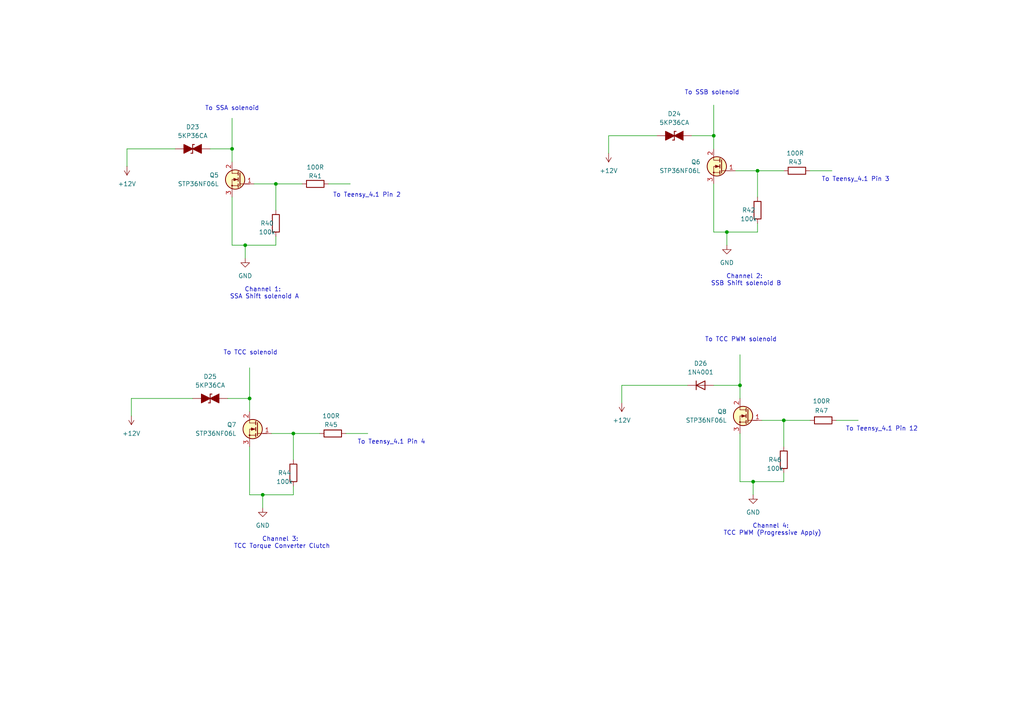
<source format=kicad_sch>
(kicad_sch (version 20250114) (generator "eeschema") (generator_version "9.0")
  (paper "A4")
  (title_block (title "Solenoid Drivers"))
  (lib_symbols
    (symbol "Device:R" (pin_numbers (hide yes)) (pin_names (offset 0))
      (property "Reference" "R" (at 2.032 0 90))
      (property "Value" "R" (at 0 0 90))
      (symbol "R_0_1"
        (rectangle (start -1.016 -2.54) (end 1.016 2.54) (stroke (width 0.254)))
      )
      (symbol "R_1_1"
        (pin passive line (at 0 3.81 270) (length 1.27) (name "~") (number "1"))
        (pin passive line (at 0 -3.81 90) (length 1.27) (name "~") (number "2"))
      )
    )
    (symbol "Diode:1N4001" (pin_numbers (hide yes)) (pin_names (hide yes))
      (property "Reference" "D" (at 0 2.54 0))
      (property "Value" "1N4001" (at 0 -2.54 0))
      (symbol "1N4001_0_1"
        (polyline (pts (xy -1.27 1.27) (xy -1.27 -1.27)) (stroke (width 0.254)))
        (polyline (pts (xy 1.27 1.27) (xy 1.27 -1.27) (xy -1.27 0) (xy 1.27 1.27)) (stroke (width 0.254)))
        (polyline (pts (xy 1.27 0) (xy -1.27 0)))
      )
      (symbol "1N4001_1_1"
        (pin passive line (at -3.81 0 0) (length 2.54) (name "K") (number "1"))
        (pin passive line (at 3.81 0 180) (length 2.54) (name "A") (number "2"))
      )
    )
    (symbol "PCM_Diode_TVS_AKL:5KP36CA" (pin_numbers (hide yes)) (pin_names (offset 1.016) (hide yes))
      (property "Reference" "D" (at 0 5.08 0))
      (property "Value" "5KP36CA" (at 0 2.54 0))
      (symbol "5KP36CA_0_1"
        (polyline (pts (xy 0 1.27) (xy 0 -1.27)) (stroke (width 0.254)))
        (polyline (pts (xy 0 1.27) (xy 0.508 1.27)) (stroke (width 0.254)))
        (polyline (pts (xy 0 0) (xy -2.54 1.27) (xy -2.54 -1.27) (xy 0 0)) (stroke (width 0.254)) (fill (type outline)))
        (polyline (pts (xy 0 -1.27) (xy -0.508 -1.27)) (stroke (width 0.254)))
        (polyline (pts (xy 1.27 0) (xy -1.27 0)))
        (polyline (pts (xy 2.54 1.27) (xy 2.54 -1.27) (xy 0 0) (xy 2.54 1.27)) (stroke (width 0.254)) (fill (type outline)))
      )
      (symbol "5KP36CA_0_2"
        (polyline (pts (xy -3.81 -3.81) (xy 3.81 3.81)))
        (polyline (pts (xy -1.778 -1.778) (xy -2.667 -0.889) (xy 0 0) (xy -0.889 -2.667) (xy -1.778 -1.778)) (stroke (width 0.254)) (fill (type outline)))
        (polyline (pts (xy -0.889 0.889) (xy -1.27 0.508)) (stroke (width 0.254)))
        (polyline (pts (xy -0.889 0.889) (xy 0.889 -0.889)) (stroke (width 0.254)))
        (polyline (pts (xy 0.889 -0.889) (xy 1.27 -0.508)) (stroke (width 0.254)))
        (polyline (pts (xy 1.778 1.778) (xy 2.667 0.889) (xy 0 0) (xy 0.889 2.667) (xy 1.778 1.778)) (stroke (width 0.254)) (fill (type outline)))
      )
      (symbol "5KP36CA_1_1"
        (pin passive line (at -5.08 0 0) (length 2.54) (name "K") (number "1"))
        (pin passive line (at 5.08 0 180) (length 2.54) (name "A") (number "2"))
      )
      (symbol "5KP36CA_1_2"
        (pin passive line (at -3.81 -3.81 0) (length 0) (name "A") (number "2"))
        (pin passive line (at 3.81 3.81 180) (length 0) (name "K") (number "1"))
      )
    )
    (symbol "PCM_Transistor_MOSFET_AKL:STP36NF06L" (pin_names (hide yes))
      (property "Reference" "Q" (at 5.08 1.27 0))
      (property "Value" "STP36NF06L" (at 5.08 -1.27 0))
      (symbol "STP36NF06L_0_1"
        (polyline (pts (xy 0.254 1.905) (xy 0.254 -1.905)) (stroke (width 0.254)))
        (polyline (pts (xy 0.254 -1.27) (xy -2.54 -1.27)))
        (polyline (pts (xy 0.762 2.286) (xy 0.762 1.27)) (stroke (width 0.254)))
        (polyline (pts (xy 0.762 0.508) (xy 0.762 -0.508)) (stroke (width 0.254)))
        (polyline (pts (xy 0.762 -1.27) (xy 0.762 -2.286)) (stroke (width 0.254)))
        (polyline (pts (xy 0.762 -1.778) (xy 2.54 -1.778)))
        (polyline (pts (xy 1.016 0) (xy 2.032 0.381) (xy 2.032 -0.381) (xy 1.016 0)) (fill (type outline)))
        (circle (center 1.651 0) (radius 2.794) (stroke (width 0.254)) (fill (type background)))
        (polyline (pts (xy 2.54 2.54) (xy 2.54 1.778)))
        (polyline (pts (xy 2.54 1.778) (xy 0.762 1.778)))
        (circle (center 2.54 -1.778) (radius 0.1778) (fill (type outline)))
        (polyline (pts (xy 2.54 -2.54) (xy 2.54 0) (xy 0.762 0)))
      )
      (symbol "STP36NF06L_1_1"
        (pin input line (at -3.81 -1.27 0) (length 2.54) (name "G") (number "1"))
        (pin passive line (at 2.54 5.08 270) (length 2.54) (name "D") (number "2"))
        (pin passive line (at 2.54 -5.08 90) (length 2.54) (name "S") (number "3"))
      )
    )
    (symbol "power:+12V" (power) (pin_numbers (hide yes)) (pin_names (offset 0) (hide yes))
      (property "Value" "+12V" (at 0 3.556 0))
      (symbol "+12V_0_1"
        (polyline (pts (xy -0.762 1.27) (xy 0 2.54)))
        (polyline (pts (xy 0 2.54) (xy 0.762 1.27)))
        (polyline (pts (xy 0 0) (xy 0 2.54)))
      )
      (symbol "+12V_1_1"
        (pin power_in line (at 0 0 90) (length 0) (name "~") (number "1"))
      )
    )
    (symbol "power:GND" (power) (pin_numbers (hide yes)) (pin_names (offset 0) (hide yes))
      (property "Value" "GND" (at 0 -3.81 0))
      (symbol "GND_0_1"
        (polyline (pts (xy 0 0) (xy 0 -1.27) (xy 1.27 -1.27) (xy 0 -2.54) (xy -1.27 -1.27) (xy 0 -1.27)))
      )
      (symbol "GND_1_1"
        (pin power_in line (at 0 0 270) (length 0) (name "~") (number "1"))
      )
    )
  )
  (text "To Teensy_4.1 Pin 3" (at 248.158 52.07 0) (effects (font (size 1.27 1.27))))
  (text "Channel 2: \nSSB Shift solenoid B" (at 216.408 81.28 0) (effects (font (size 1.27 1.27))))
  (text "To SSB solenoid" (at 206.502 26.924 0) (effects (font (size 1.27 1.27))))
  (text "To Teensy_4.1 Pin 4" (at 113.538 128.27 0) (effects (font (size 1.27 1.27))))
  (text "To Teensy_4.1 Pin 12" (at 255.778 124.46 0) (effects (font (size 1.27 1.27))))
  (text "To TCC PWM solenoid" (at 214.884 98.552 0) (effects (font (size 1.27 1.27))))
  (text "To SSA solenoid" (at 67.31 31.496 0) (effects (font (size 1.27 1.27))))
  (text "Channel 3: \nTCC Torque Converter Clutch" (at 81.788 157.48 0) (effects (font (size 1.27 1.27))))
  (text "To TCC solenoid" (at 72.644 102.362 0) (effects (font (size 1.27 1.27))))
  (text "Channel 1: \nSSA Shift solenoid A" (at 76.708 85.09 0) (effects (font (size 1.27 1.27))))
  (text "Channel 4: \nTCC PWM (Progressive Apply)" (at 224.028 153.67 0) (effects (font (size 1.27 1.27))))
  (text "To Teensy_4.1 Pin 2" (at 106.426 56.642 0) (effects (font (size 1.27 1.27))))
  (junction (at 76.2 143.51))
  (junction (at 218.44 139.7))
  (junction (at 85.09 125.73))
  (junction (at 210.82 67.31))
  (junction (at 71.12 71.12))
  (junction (at 80.01 53.34))
  (junction (at 67.31 43.18))
  (junction (at 72.39 115.57))
  (junction (at 219.71 49.53))
  (junction (at 207.01 39.37))
  (junction (at 227.33 121.92))
  (junction (at 214.63 111.76))
  (wire (pts (xy 67.31 43.18) (xy 60.96 43.18)))
  (wire (pts (xy 76.2 143.51) (xy 76.2 147.32)))
  (wire (pts (xy 207.01 43.18) (xy 207.01 39.37)))
  (wire (pts (xy 234.95 49.53) (xy 241.3 49.53)))
  (wire (pts (xy 50.8 43.18) (xy 36.83 43.18)))
  (wire (pts (xy 36.83 43.18) (xy 36.83 48.26)))
  (wire (pts (xy 218.44 139.7) (xy 214.63 139.7)))
  (wire (pts (xy 38.1 115.57) (xy 55.88 115.57)))
  (wire (pts (xy 207.01 30.48) (xy 207.01 39.37)))
  (wire (pts (xy 76.2 143.51) (xy 72.39 143.51)))
  (wire (pts (xy 180.34 111.76) (xy 180.34 116.84)))
  (wire (pts (xy 227.33 49.53) (xy 219.71 49.53)))
  (wire (pts (xy 227.33 139.7) (xy 218.44 139.7)))
  (wire (pts (xy 67.31 46.99) (xy 67.31 43.18)))
  (wire (pts (xy 80.01 53.34) (xy 73.66 53.34)))
  (wire (pts (xy 92.71 125.73) (xy 85.09 125.73)))
  (wire (pts (xy 227.33 121.92) (xy 227.33 129.54)))
  (wire (pts (xy 242.57 121.92) (xy 248.92 121.92)))
  (wire (pts (xy 80.01 53.34) (xy 80.01 60.96)))
  (wire (pts (xy 214.63 125.73) (xy 214.63 139.7)))
  (wire (pts (xy 80.01 71.12) (xy 71.12 71.12)))
  (wire (pts (xy 87.63 53.34) (xy 80.01 53.34)))
  (wire (pts (xy 95.25 53.34) (xy 101.6 53.34)))
  (wire (pts (xy 219.71 49.53) (xy 219.71 57.15)))
  (wire (pts (xy 72.39 119.38) (xy 72.39 115.57)))
  (wire (pts (xy 234.95 121.92) (xy 227.33 121.92)))
  (wire (pts (xy 85.09 143.51) (xy 76.2 143.51)))
  (wire (pts (xy 85.09 125.73) (xy 78.74 125.73)))
  (wire (pts (xy 219.71 49.53) (xy 213.36 49.53)))
  (wire (pts (xy 67.31 57.15) (xy 67.31 71.12)))
  (wire (pts (xy 71.12 71.12) (xy 67.31 71.12)))
  (wire (pts (xy 210.82 67.31) (xy 210.82 71.12)))
  (wire (pts (xy 207.01 39.37) (xy 200.66 39.37)))
  (wire (pts (xy 72.39 106.68) (xy 72.39 115.57)))
  (wire (pts (xy 72.39 115.57) (xy 66.04 115.57)))
  (wire (pts (xy 219.71 64.77) (xy 219.71 67.31)))
  (wire (pts (xy 176.53 39.37) (xy 176.53 44.45)))
  (wire (pts (xy 190.5 39.37) (xy 176.53 39.37)))
  (wire (pts (xy 85.09 140.97) (xy 85.09 143.51)))
  (wire (pts (xy 85.09 125.73) (xy 85.09 133.35)))
  (wire (pts (xy 180.34 111.76) (xy 199.39 111.76)))
  (wire (pts (xy 207.01 111.76) (xy 214.63 111.76)))
  (wire (pts (xy 71.12 71.12) (xy 71.12 74.93)))
  (wire (pts (xy 227.33 137.16) (xy 227.33 139.7)))
  (wire (pts (xy 207.01 53.34) (xy 207.01 67.31)))
  (wire (pts (xy 219.71 67.31) (xy 210.82 67.31)))
  (wire (pts (xy 227.33 121.92) (xy 220.98 121.92)))
  (wire (pts (xy 100.33 125.73) (xy 106.68 125.73)))
  (wire (pts (xy 38.1 115.57) (xy 38.1 120.65)))
  (wire (pts (xy 214.63 102.87) (xy 214.63 111.76)))
  (wire (pts (xy 80.01 68.58) (xy 80.01 71.12)))
  (wire (pts (xy 218.44 139.7) (xy 218.44 143.51)))
  (wire (pts (xy 67.31 34.29) (xy 67.31 43.18)))
  (wire (pts (xy 214.63 111.76) (xy 214.63 115.57)))
  (wire (pts (xy 210.82 67.31) (xy 207.01 67.31)))
  (wire (pts (xy 72.39 129.54) (xy 72.39 143.51)))
  (symbol (lib_id "Device:R") (at 219.71 60.96 0) (mirror y) (unit 1)
    (property "Reference" "R42" (at 217.17 60.96 0))
    (property "Value" "100k" (at 217.17 63.5 0))
  )
  (symbol (lib_id "Device:R") (at 227.33 133.35 0) (mirror y) (unit 1)
    (property "Reference" "R46" (at 224.79 133.35 0))
    (property "Value" "100k" (at 224.79 135.89 0))
  )
  (symbol (lib_id "Diode:1N4001") (at 203.2 111.76 0) (unit 1)
    (property "Reference" "D26" (at 203.2 105.41 0))
    (property "Value" "1N4001" (at 203.2 107.95 0))
    (property "Footprint" "Diode_THT:D_DO-41_SOD81_P10.16mm_Horizontal" (effects (hide yes)))
    (property "Datasheet" "http://www.vishay.com/docs/88503/1n4001.pdf" (effects (hide yes)))
    (property "Description" "50V 1A General Purpose Rectifier Diode, DO-41" (effects (hide yes)))
    (property "Sim.Device" "D" (effects (hide yes)))
    (property "Sim.Pins" "1=K 2=A" (effects (hide yes)))
  )
  (symbol (lib_id "power:GND") (at 218.44 143.51 0) (mirror y) (unit 1) (in_bom no)
    (property "Reference" "#PWR075" (effects (hide yes)))
    (property "Value" "GND" (at 218.44 148.59 0))
    (property "Description" "Power symbol creates a global label with name \"GND\" , ground" (effects (hide yes)))
  )
  (symbol (lib_id "PCM_Diode_TVS_AKL:5KP36CA") (at 55.88 43.18 0) (unit 1)
    (property "Reference" "D23" (at 55.88 36.83 0))
    (property "Value" "5KP36CA" (at 55.88 39.37 0))
    (property "Footprint" "PCM_Diode_THT_AKL:D_P600_R-6_P12.70mm_Horizontal_TVS" (effects (hide yes)))
    (property "Datasheet" "https://www.tme.eu/Document/b0b8a7828c27d2573ec8fa50f5c0ad4f/5KP-ser.pdf" (effects (hide yes)))
    (property "Description" "P600 Bidirectional TVS Diode, 36V, 5000W, Alternate KiCAD Library" (effects (hide yes)))
  )
  (symbol (lib_id "power:GND") (at 76.2 147.32 0) (mirror y) (unit 1) (in_bom no)
    (property "Reference" "#PWR073" (effects (hide yes)))
    (property "Value" "GND" (at 76.2 152.4 0))
    (property "Description" "Power symbol creates a global label with name \"GND\" , ground" (effects (hide yes)))
  )
  (symbol (lib_id "Device:R") (at 85.09 137.16 0) (mirror y) (unit 1)
    (property "Reference" "R44" (at 82.55 137.16 0))
    (property "Value" "100k" (at 82.55 139.7 0))
  )
  (symbol (lib_id "power:+12V") (at 180.34 116.84 0) (mirror x) (unit 1)
    (property "Reference" "#PWR074" (effects (hide yes)))
    (property "Value" "+12V" (at 180.34 121.92 0))
    (property "Description" "Power symbol creates a global label with name \"+12V\"" (effects (hide yes)))
  )
  (symbol (lib_id "power:+12V") (at 36.83 48.26 0) (mirror x) (unit 1)
    (property "Reference" "#PWR068" (effects (hide yes)))
    (property "Value" "+12V" (at 36.83 53.34 0))
    (property "Description" "Power symbol creates a global label with name \"+12V\"" (effects (hide yes)))
  )
  (symbol (lib_id "Device:R") (at 96.52 125.73 270) (mirror x) (unit 1)
    (property "Reference" "R45" (at 96.012 123.19 90))
    (property "Value" "100R" (at 96.012 120.65 90))
  )
  (symbol (lib_id "Device:R") (at 238.76 121.92 270) (mirror x) (unit 1)
    (property "Reference" "R47" (at 238.252 119.126 90))
    (property "Value" "100R" (at 238.252 116.332 90))
  )
  (symbol (lib_id "PCM_Transistor_MOSFET_AKL:STP36NF06L") (at 69.85 52.07 0) (mirror y) (unit 1)
    (property "Reference" "Q5" (at 63.5 50.7999 0) (effects (justify left)))
    (property "Value" "STP36NF06L" (at 63.5 53.3399 0) (effects (justify left)))
    (property "Footprint" "PCM_Package_TO_SOT_THT_AKL:TO-220-3_Vertical_GDS" (effects (hide yes)))
    (property "Datasheet" "https://www.tme.eu/Document/4bf7bb992bce9158e582006752d774e6/STP36NF06L.pdf" (effects (hide yes)))
    (property "Description" "TO-220 N-MOSFET enchancement mode transistor, 60V, 30A, 70W, Alternate KiCAD Library" (effects (hide yes)))
  )
  (symbol (lib_id "PCM_Transistor_MOSFET_AKL:STP36NF06L") (at 217.17 120.65 0) (mirror y) (unit 1)
    (property "Reference" "Q8" (at 210.82 119.3799 0) (effects (justify left)))
    (property "Value" "STP36NF06L" (at 210.82 121.9199 0) (effects (justify left)))
    (property "Footprint" "PCM_Package_TO_SOT_THT_AKL:TO-220-3_Vertical_GDS" (effects (hide yes)))
    (property "Datasheet" "https://www.tme.eu/Document/4bf7bb992bce9158e582006752d774e6/STP36NF06L.pdf" (effects (hide yes)))
    (property "Description" "TO-220 N-MOSFET enchancement mode transistor, 60V, 30A, 70W, Alternate KiCAD Library" (effects (hide yes)))
  )
  (symbol (lib_id "Device:R") (at 91.44 53.34 270) (mirror x) (unit 1)
    (property "Reference" "R41" (at 91.44 51.054 90))
    (property "Value" "100R" (at 91.44 48.514 90))
  )
  (symbol (lib_id "Device:R") (at 80.01 64.77 0) (mirror y) (unit 1)
    (property "Reference" "R40" (at 77.47 64.77 0))
    (property "Value" "100k" (at 77.47 67.31 0))
  )
  (symbol (lib_id "PCM_Diode_TVS_AKL:5KP36CA") (at 60.96 115.57 0) (unit 1)
    (property "Reference" "D25" (at 60.96 109.22 0))
    (property "Value" "5KP36CA" (at 60.96 111.76 0))
    (property "Footprint" "PCM_Diode_THT_AKL:D_P600_R-6_P12.70mm_Horizontal_TVS" (effects (hide yes)))
    (property "Datasheet" "https://www.tme.eu/Document/b0b8a7828c27d2573ec8fa50f5c0ad4f/5KP-ser.pdf" (effects (hide yes)))
    (property "Description" "P600 Bidirectional TVS Diode, 36V, 5000W, Alternate KiCAD Library" (effects (hide yes)))
  )
  (symbol (lib_id "power:+12V") (at 176.53 44.45 0) (mirror x) (unit 1)
    (property "Reference" "#PWR070" (effects (hide yes)))
    (property "Value" "+12V" (at 176.53 49.53 0))
    (property "Description" "Power symbol creates a global label with name \"+12V\"" (effects (hide yes)))
  )
  (symbol (lib_id "power:GND") (at 71.12 74.93 0) (mirror y) (unit 1) (in_bom no)
    (property "Reference" "#PWR069" (effects (hide yes)))
    (property "Value" "GND" (at 71.12 80.01 0))
    (property "Description" "Power symbol creates a global label with name \"GND\" , ground" (effects (hide yes)))
  )
  (symbol (lib_id "Device:R") (at 231.14 49.53 270) (mirror x) (unit 1)
    (property "Reference" "R43" (at 230.632 46.99 90))
    (property "Value" "100R" (at 230.632 44.45 90))
  )
  (symbol (lib_id "PCM_Transistor_MOSFET_AKL:STP36NF06L") (at 209.55 48.26 0) (mirror y) (unit 1)
    (property "Reference" "Q6" (at 203.2 46.9899 0) (effects (justify left)))
    (property "Value" "STP36NF06L" (at 203.2 49.5299 0) (effects (justify left)))
    (property "Footprint" "PCM_Package_TO_SOT_THT_AKL:TO-220-3_Vertical_GDS" (effects (hide yes)))
    (property "Datasheet" "https://www.tme.eu/Document/4bf7bb992bce9158e582006752d774e6/STP36NF06L.pdf" (effects (hide yes)))
    (property "Description" "TO-220 N-MOSFET enchancement mode transistor, 60V, 30A, 70W, Alternate KiCAD Library" (effects (hide yes)))
  )
  (symbol (lib_id "power:+12V") (at 38.1 120.65 0) (mirror x) (unit 1)
    (property "Reference" "#PWR072" (effects (hide yes)))
    (property "Value" "+12V" (at 38.1 125.73 0))
    (property "Description" "Power symbol creates a global label with name \"+12V\"" (effects (hide yes)))
  )
  (symbol (lib_id "power:GND") (at 210.82 71.12 0) (mirror y) (unit 1) (in_bom no)
    (property "Reference" "#PWR071" (effects (hide yes)))
    (property "Value" "GND" (at 210.82 76.2 0))
    (property "Description" "Power symbol creates a global label with name \"GND\" , ground" (effects (hide yes)))
  )
  (symbol (lib_id "PCM_Diode_TVS_AKL:5KP36CA") (at 195.58 39.37 0) (unit 1)
    (property "Reference" "D24" (at 195.58 33.02 0))
    (property "Value" "5KP36CA" (at 195.58 35.56 0))
    (property "Footprint" "PCM_Diode_THT_AKL:D_P600_R-6_P12.70mm_Horizontal_TVS" (effects (hide yes)))
    (property "Datasheet" "https://www.tme.eu/Document/b0b8a7828c27d2573ec8fa50f5c0ad4f/5KP-ser.pdf" (effects (hide yes)))
    (property "Description" "P600 Bidirectional TVS Diode, 36V, 5000W, Alternate KiCAD Library" (effects (hide yes)))
  )
  (symbol (lib_id "PCM_Transistor_MOSFET_AKL:STP36NF06L") (at 74.93 124.46 0) (mirror y) (unit 1)
    (property "Reference" "Q7" (at 68.58 123.1899 0) (effects (justify left)))
    (property "Value" "STP36NF06L" (at 68.58 125.7299 0) (effects (justify left)))
    (property "Footprint" "PCM_Package_TO_SOT_THT_AKL:TO-220-3_Vertical_GDS" (effects (hide yes)))
    (property "Datasheet" "https://www.tme.eu/Document/4bf7bb992bce9158e582006752d774e6/STP36NF06L.pdf" (effects (hide yes)))
    (property "Description" "TO-220 N-MOSFET enchancement mode transistor, 60V, 30A, 70W, Alternate KiCAD Library" (effects (hide yes)))
  )
)
</source>
